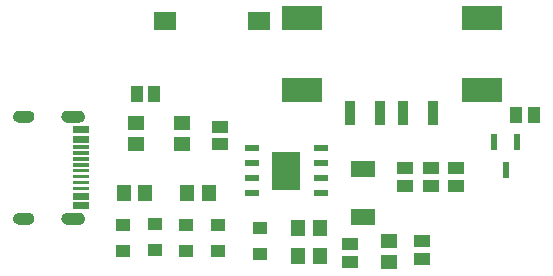
<source format=gtp>
G04*
G04 #@! TF.GenerationSoftware,Altium Limited,Altium Designer,20.0.13 (296)*
G04*
G04 Layer_Color=8421504*
%FSLAX25Y25*%
%MOIN*%
G70*
G01*
G75*
%ADD16R,0.08346X0.05512*%
%ADD17R,0.02362X0.05709*%
%ADD18R,0.03622X0.07874*%
%ADD19R,0.13780X0.07874*%
%ADD20R,0.04331X0.05512*%
%ADD21R,0.05512X0.04331*%
%ADD22R,0.05512X0.04724*%
%ADD23R,0.04921X0.03937*%
%ADD24R,0.04724X0.05512*%
%ADD25R,0.09449X0.12992*%
%ADD26R,0.04724X0.02362*%
%ADD27R,0.07480X0.05906*%
G36*
X32973Y-58074D02*
X27855D01*
Y-56893D01*
X32973D01*
Y-58074D01*
D02*
G37*
G36*
X32973Y-60044D02*
X27854D01*
Y-58862D01*
X32973D01*
Y-60044D01*
D02*
G37*
G36*
X32973Y-62011D02*
X27854D01*
Y-60829D01*
X32973D01*
Y-62011D01*
D02*
G37*
G36*
X32973Y-63981D02*
X27854D01*
Y-62799D01*
X32973D01*
Y-63981D01*
D02*
G37*
G36*
X32972Y-65950D02*
Y-65950D01*
Y-67131D01*
X27854D01*
Y-65950D01*
Y-65950D01*
Y-64769D01*
X32972D01*
Y-65950D01*
D02*
G37*
G36*
X32973Y-69098D02*
Y-69099D01*
Y-70280D01*
X27854D01*
Y-69099D01*
Y-69098D01*
Y-67917D01*
X32973D01*
Y-69098D01*
D02*
G37*
G36*
X29921Y-71542D02*
X30019Y-71549D01*
X30116Y-71561D01*
X30213Y-71579D01*
X30309Y-71600D01*
X30403Y-71627D01*
X30496Y-71658D01*
X30588Y-71694D01*
X30677Y-71734D01*
X30764Y-71779D01*
X30849Y-71828D01*
X30932Y-71882D01*
X31012Y-71939D01*
X31088Y-72000D01*
X31162Y-72065D01*
X31232Y-72133D01*
X31299Y-72206D01*
X31362Y-72281D01*
X31421Y-72359D01*
X31477Y-72440D01*
X31528Y-72524D01*
X31575Y-72610D01*
X31617Y-72698D01*
X31655Y-72789D01*
X31689Y-72881D01*
X31718Y-72975D01*
X31742Y-73070D01*
X31762Y-73166D01*
X31776Y-73263D01*
X31786Y-73361D01*
X31791Y-73459D01*
Y-73557D01*
X31786Y-73655D01*
X31776Y-73753D01*
X31762Y-73850D01*
X31742Y-73946D01*
X31718Y-74041D01*
X31689Y-74135D01*
X31655Y-74227D01*
X31617Y-74318D01*
X31575Y-74406D01*
X31528Y-74492D01*
X31477Y-74576D01*
X31421Y-74657D01*
X31362Y-74735D01*
X31299Y-74810D01*
X31232Y-74883D01*
X31162Y-74951D01*
X31088Y-75016D01*
X31012Y-75077D01*
X30932Y-75134D01*
X30849Y-75188D01*
X30764Y-75237D01*
X30677Y-75282D01*
X30588Y-75322D01*
X30496Y-75358D01*
X30403Y-75389D01*
X30309Y-75416D01*
X30213Y-75437D01*
X30116Y-75454D01*
X30019Y-75467D01*
X29921Y-75474D01*
X29823Y-75476D01*
X25886D01*
X25788Y-75474D01*
X25690Y-75467D01*
X25592Y-75454D01*
X25496Y-75437D01*
X25400Y-75416D01*
X25306Y-75389D01*
X25213Y-75358D01*
X25121Y-75322D01*
X25032Y-75282D01*
X24945Y-75237D01*
X24859Y-75188D01*
X24777Y-75134D01*
X24697Y-75077D01*
X24621Y-75016D01*
X24547Y-74951D01*
X24477Y-74883D01*
X24410Y-74810D01*
X24347Y-74735D01*
X24288Y-74657D01*
X24232Y-74576D01*
X24181Y-74492D01*
X24134Y-74406D01*
X24092Y-74318D01*
X24054Y-74227D01*
X24020Y-74135D01*
X23991Y-74041D01*
X23967Y-73946D01*
X23947Y-73850D01*
X23933Y-73753D01*
X23923Y-73655D01*
X23918Y-73557D01*
Y-73459D01*
X23923Y-73361D01*
X23933Y-73263D01*
X23947Y-73166D01*
X23967Y-73070D01*
X23991Y-72975D01*
X24020Y-72881D01*
X24054Y-72789D01*
X24092Y-72698D01*
X24134Y-72610D01*
X24181Y-72524D01*
X24232Y-72440D01*
X24288Y-72359D01*
X24347Y-72281D01*
X24410Y-72206D01*
X24477Y-72133D01*
X24547Y-72065D01*
X24621Y-72000D01*
X24697Y-71939D01*
X24777Y-71882D01*
X24859Y-71828D01*
X24945Y-71779D01*
X25032Y-71734D01*
X25121Y-71694D01*
X25213Y-71658D01*
X25306Y-71627D01*
X25400Y-71600D01*
X25496Y-71579D01*
X25592Y-71561D01*
X25690Y-71549D01*
X25788Y-71542D01*
X25886Y-71539D01*
X29823D01*
X29921Y-71542D01*
D02*
G37*
G36*
X13070D02*
X13168Y-71549D01*
X13266Y-71561D01*
X13362Y-71579D01*
X13458Y-71600D01*
X13552Y-71627D01*
X13645Y-71658D01*
X13737Y-71694D01*
X13826Y-71734D01*
X13914Y-71779D01*
X13999Y-71828D01*
X14081Y-71882D01*
X14161Y-71939D01*
X14238Y-72000D01*
X14311Y-72065D01*
X14381Y-72133D01*
X14448Y-72206D01*
X14511Y-72281D01*
X14570Y-72359D01*
X14626Y-72440D01*
X14677Y-72524D01*
X14724Y-72610D01*
X14766Y-72698D01*
X14805Y-72789D01*
X14838Y-72881D01*
X14867Y-72975D01*
X14891Y-73070D01*
X14911Y-73166D01*
X14925Y-73263D01*
X14935Y-73361D01*
X14940Y-73459D01*
Y-73557D01*
X14935Y-73655D01*
X14925Y-73753D01*
X14911Y-73850D01*
X14891Y-73946D01*
X14867Y-74041D01*
X14838Y-74135D01*
X14805Y-74227D01*
X14766Y-74318D01*
X14724Y-74406D01*
X14677Y-74492D01*
X14626Y-74576D01*
X14570Y-74657D01*
X14511Y-74735D01*
X14448Y-74810D01*
X14381Y-74883D01*
X14311Y-74951D01*
X14238Y-75016D01*
X14161Y-75077D01*
X14081Y-75134D01*
X13999Y-75188D01*
X13914Y-75237D01*
X13826Y-75282D01*
X13737Y-75322D01*
X13645Y-75358D01*
X13552Y-75389D01*
X13458Y-75416D01*
X13362Y-75437D01*
X13266Y-75454D01*
X13168Y-75467D01*
X13070Y-75474D01*
X12972Y-75476D01*
X9823D01*
X9725Y-75474D01*
X9627Y-75467D01*
X9529Y-75454D01*
X9432Y-75437D01*
X9337Y-75416D01*
X9242Y-75389D01*
X9149Y-75358D01*
X9058Y-75322D01*
X8969Y-75282D01*
X8881Y-75237D01*
X8796Y-75188D01*
X8714Y-75134D01*
X8634Y-75077D01*
X8557Y-75016D01*
X8484Y-74951D01*
X8413Y-74883D01*
X8347Y-74810D01*
X8284Y-74735D01*
X8224Y-74657D01*
X8169Y-74576D01*
X8118Y-74492D01*
X8071Y-74406D01*
X8028Y-74318D01*
X7990Y-74227D01*
X7957Y-74135D01*
X7928Y-74041D01*
X7903Y-73946D01*
X7884Y-73850D01*
X7869Y-73753D01*
X7860Y-73655D01*
X7855Y-73557D01*
Y-73459D01*
X7860Y-73361D01*
X7869Y-73263D01*
X7884Y-73166D01*
X7903Y-73070D01*
X7928Y-72975D01*
X7957Y-72881D01*
X7990Y-72789D01*
X8028Y-72698D01*
X8071Y-72610D01*
X8118Y-72524D01*
X8169Y-72440D01*
X8224Y-72359D01*
X8284Y-72281D01*
X8347Y-72206D01*
X8413Y-72133D01*
X8484Y-72065D01*
X8557Y-72000D01*
X8634Y-71939D01*
X8714Y-71882D01*
X8796Y-71828D01*
X8881Y-71779D01*
X8969Y-71734D01*
X9058Y-71694D01*
X9149Y-71658D01*
X9242Y-71627D01*
X9337Y-71600D01*
X9432Y-71579D01*
X9529Y-71561D01*
X9627Y-71549D01*
X9725Y-71542D01*
X9823Y-71539D01*
X12972D01*
X13070Y-71542D01*
D02*
G37*
G36*
X29921Y-37526D02*
X30019Y-37533D01*
X30116Y-37545D01*
X30213Y-37563D01*
X30309Y-37584D01*
X30403Y-37611D01*
X30496Y-37642D01*
X30588Y-37678D01*
X30677Y-37718D01*
X30764Y-37763D01*
X30849Y-37812D01*
X30932Y-37865D01*
X31012Y-37923D01*
X31088Y-37984D01*
X31162Y-38049D01*
X31232Y-38118D01*
X31299Y-38190D01*
X31362Y-38265D01*
X31421Y-38343D01*
X31477Y-38424D01*
X31528Y-38508D01*
X31575Y-38594D01*
X31617Y-38682D01*
X31655Y-38773D01*
X31689Y-38865D01*
X31718Y-38959D01*
X31742Y-39054D01*
X31762Y-39150D01*
X31776Y-39247D01*
X31786Y-39345D01*
X31791Y-39443D01*
Y-39541D01*
X31786Y-39639D01*
X31776Y-39737D01*
X31762Y-39834D01*
X31742Y-39930D01*
X31718Y-40025D01*
X31689Y-40119D01*
X31655Y-40211D01*
X31617Y-40302D01*
X31575Y-40390D01*
X31528Y-40476D01*
X31477Y-40560D01*
X31421Y-40641D01*
X31362Y-40719D01*
X31299Y-40795D01*
X31232Y-40867D01*
X31162Y-40935D01*
X31088Y-41000D01*
X31012Y-41061D01*
X30932Y-41118D01*
X30849Y-41172D01*
X30764Y-41221D01*
X30677Y-41266D01*
X30588Y-41306D01*
X30496Y-41342D01*
X30403Y-41373D01*
X30309Y-41400D01*
X30213Y-41421D01*
X30116Y-41438D01*
X30019Y-41451D01*
X29921Y-41458D01*
X29823Y-41460D01*
X25886D01*
X25788Y-41458D01*
X25690Y-41451D01*
X25592Y-41438D01*
X25496Y-41421D01*
X25400Y-41400D01*
X25306Y-41373D01*
X25213Y-41342D01*
X25121Y-41306D01*
X25032Y-41266D01*
X24945Y-41221D01*
X24859Y-41172D01*
X24777Y-41118D01*
X24697Y-41061D01*
X24621Y-41000D01*
X24547Y-40935D01*
X24477Y-40867D01*
X24410Y-40795D01*
X24347Y-40719D01*
X24288Y-40641D01*
X24232Y-40560D01*
X24181Y-40476D01*
X24134Y-40390D01*
X24092Y-40302D01*
X24054Y-40211D01*
X24020Y-40119D01*
X23991Y-40025D01*
X23967Y-39930D01*
X23947Y-39834D01*
X23933Y-39737D01*
X23923Y-39639D01*
X23918Y-39541D01*
Y-39443D01*
X23923Y-39345D01*
X23933Y-39247D01*
X23947Y-39150D01*
X23967Y-39054D01*
X23991Y-38959D01*
X24020Y-38865D01*
X24054Y-38773D01*
X24092Y-38682D01*
X24134Y-38594D01*
X24181Y-38508D01*
X24232Y-38424D01*
X24288Y-38343D01*
X24347Y-38265D01*
X24410Y-38190D01*
X24477Y-38118D01*
X24547Y-38049D01*
X24621Y-37984D01*
X24697Y-37923D01*
X24777Y-37865D01*
X24859Y-37812D01*
X24945Y-37763D01*
X25032Y-37718D01*
X25121Y-37678D01*
X25213Y-37642D01*
X25306Y-37611D01*
X25400Y-37584D01*
X25496Y-37563D01*
X25592Y-37545D01*
X25690Y-37533D01*
X25788Y-37526D01*
X25886Y-37523D01*
X29823D01*
X29921Y-37526D01*
D02*
G37*
G36*
X13070D02*
X13168Y-37533D01*
X13266Y-37545D01*
X13362Y-37563D01*
X13458Y-37584D01*
X13552Y-37611D01*
X13645Y-37642D01*
X13737Y-37678D01*
X13826Y-37718D01*
X13914Y-37763D01*
X13999Y-37812D01*
X14081Y-37865D01*
X14161Y-37923D01*
X14238Y-37984D01*
X14311Y-38049D01*
X14381Y-38118D01*
X14448Y-38190D01*
X14511Y-38265D01*
X14570Y-38343D01*
X14626Y-38424D01*
X14677Y-38508D01*
X14724Y-38594D01*
X14766Y-38682D01*
X14805Y-38773D01*
X14838Y-38865D01*
X14867Y-38959D01*
X14891Y-39054D01*
X14911Y-39150D01*
X14925Y-39247D01*
X14935Y-39345D01*
X14940Y-39443D01*
Y-39541D01*
X14935Y-39639D01*
X14925Y-39737D01*
X14911Y-39834D01*
X14891Y-39930D01*
X14867Y-40025D01*
X14838Y-40119D01*
X14805Y-40211D01*
X14766Y-40302D01*
X14724Y-40390D01*
X14677Y-40476D01*
X14626Y-40560D01*
X14570Y-40641D01*
X14511Y-40719D01*
X14448Y-40795D01*
X14381Y-40867D01*
X14311Y-40935D01*
X14238Y-41000D01*
X14161Y-41061D01*
X14081Y-41118D01*
X13999Y-41172D01*
X13914Y-41221D01*
X13826Y-41266D01*
X13737Y-41306D01*
X13645Y-41342D01*
X13552Y-41373D01*
X13458Y-41400D01*
X13362Y-41421D01*
X13266Y-41438D01*
X13168Y-41451D01*
X13070Y-41458D01*
X12972Y-41460D01*
X9823D01*
X9725Y-41458D01*
X9627Y-41451D01*
X9529Y-41438D01*
X9432Y-41421D01*
X9337Y-41400D01*
X9242Y-41373D01*
X9149Y-41342D01*
X9058Y-41306D01*
X8969Y-41266D01*
X8881Y-41221D01*
X8796Y-41172D01*
X8714Y-41118D01*
X8634Y-41061D01*
X8557Y-41000D01*
X8484Y-40935D01*
X8413Y-40867D01*
X8347Y-40795D01*
X8284Y-40719D01*
X8224Y-40641D01*
X8169Y-40560D01*
X8118Y-40476D01*
X8071Y-40390D01*
X8028Y-40302D01*
X7990Y-40211D01*
X7957Y-40119D01*
X7928Y-40025D01*
X7903Y-39930D01*
X7884Y-39834D01*
X7869Y-39737D01*
X7860Y-39639D01*
X7855Y-39541D01*
Y-39443D01*
X7860Y-39345D01*
X7869Y-39247D01*
X7884Y-39150D01*
X7903Y-39054D01*
X7928Y-38959D01*
X7957Y-38865D01*
X7990Y-38773D01*
X8028Y-38682D01*
X8071Y-38594D01*
X8118Y-38508D01*
X8169Y-38424D01*
X8224Y-38343D01*
X8284Y-38265D01*
X8347Y-38190D01*
X8413Y-38118D01*
X8484Y-38049D01*
X8557Y-37984D01*
X8634Y-37923D01*
X8714Y-37865D01*
X8796Y-37812D01*
X8881Y-37763D01*
X8969Y-37718D01*
X9058Y-37678D01*
X9149Y-37642D01*
X9242Y-37611D01*
X9337Y-37584D01*
X9432Y-37563D01*
X9529Y-37545D01*
X9627Y-37533D01*
X9725Y-37526D01*
X9823Y-37523D01*
X12972D01*
X13070Y-37526D01*
D02*
G37*
G36*
X32973Y-43901D02*
Y-43902D01*
Y-45083D01*
X27855D01*
Y-43902D01*
Y-43901D01*
Y-42720D01*
X32973D01*
Y-43901D01*
D02*
G37*
G36*
Y-47051D02*
Y-47052D01*
Y-48232D01*
X27855D01*
Y-47052D01*
Y-47051D01*
Y-45870D01*
X32973D01*
Y-47051D01*
D02*
G37*
G36*
X32973Y-50200D02*
X27854D01*
Y-49019D01*
X32973D01*
Y-50200D01*
D02*
G37*
G36*
X32973Y-52170D02*
X27854D01*
Y-50988D01*
X32973D01*
Y-52170D01*
D02*
G37*
G36*
X32973Y-54137D02*
X27855D01*
Y-52956D01*
X32973D01*
Y-54137D01*
D02*
G37*
G36*
X32973Y-56107D02*
X27854D01*
Y-54925D01*
X32973D01*
Y-56107D01*
D02*
G37*
D16*
X124500Y-57016D02*
D03*
Y-72984D02*
D03*
D17*
X172000Y-57126D02*
D03*
X168260Y-47874D02*
D03*
X175740D02*
D03*
D18*
X147779Y-38347D02*
D03*
X137937D02*
D03*
X130063D02*
D03*
X120221D02*
D03*
D19*
X103980Y-30670D02*
D03*
Y-6654D02*
D03*
X164020D02*
D03*
Y-30670D02*
D03*
D20*
X181453Y-39000D02*
D03*
X175547D02*
D03*
X49000Y-32000D02*
D03*
X54905D02*
D03*
D21*
X144000Y-81047D02*
D03*
Y-86953D02*
D03*
X155500Y-62453D02*
D03*
Y-56547D02*
D03*
X147000Y-62453D02*
D03*
Y-56547D02*
D03*
X138500Y-62453D02*
D03*
Y-56547D02*
D03*
X120000Y-87953D02*
D03*
Y-82047D02*
D03*
X76906Y-48740D02*
D03*
Y-42835D02*
D03*
D22*
X64000Y-41457D02*
D03*
Y-48543D02*
D03*
X48906D02*
D03*
Y-41457D02*
D03*
X133000Y-80957D02*
D03*
Y-88043D02*
D03*
D23*
X90000Y-85162D02*
D03*
Y-76500D02*
D03*
X55000Y-84000D02*
D03*
Y-75338D02*
D03*
X44500Y-75500D02*
D03*
Y-84162D02*
D03*
X76000D02*
D03*
Y-75500D02*
D03*
X65500D02*
D03*
Y-84162D02*
D03*
D24*
X110043Y-76500D02*
D03*
X102957D02*
D03*
X44819Y-65000D02*
D03*
X51906D02*
D03*
X65957Y-65000D02*
D03*
X73043D02*
D03*
X110043Y-86000D02*
D03*
X102957D02*
D03*
D25*
X98905Y-57500D02*
D03*
D26*
X110355Y-50000D02*
D03*
Y-55000D02*
D03*
Y-60000D02*
D03*
Y-65000D02*
D03*
X87455D02*
D03*
Y-60000D02*
D03*
Y-55000D02*
D03*
Y-50000D02*
D03*
D27*
X89848Y-7500D02*
D03*
X58352D02*
D03*
M02*

</source>
